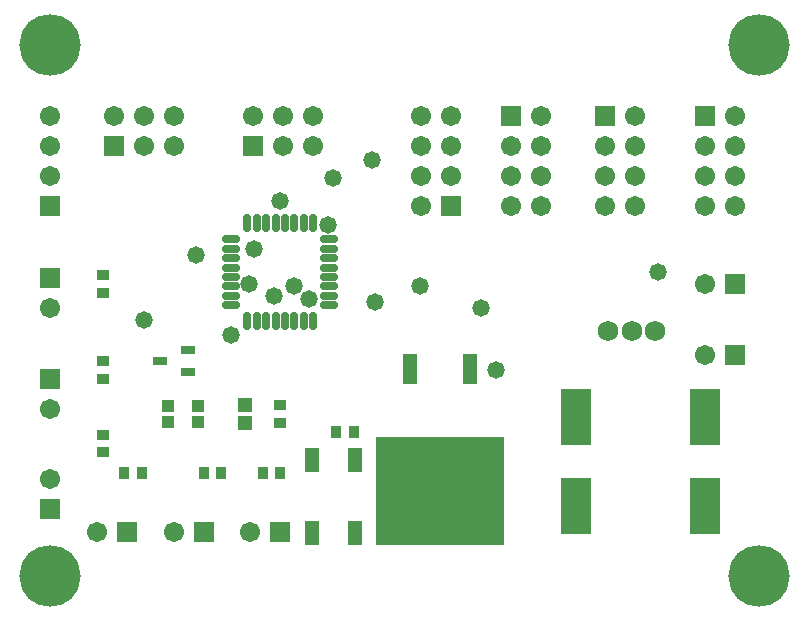
<source format=gts>
G04 Layer_Color=8388736*
%FSLAX24Y24*%
%MOIN*%
G70*
G01*
G75*
%ADD34R,0.0513X0.0789*%
%ADD35R,0.0434X0.0395*%
%ADD36O,0.0612X0.0297*%
%ADD37O,0.0297X0.0612*%
%ADD38C,0.0680*%
%ADD39R,0.0356X0.0434*%
%ADD40R,0.0434X0.0356*%
%ADD41R,0.0474X0.0454*%
%ADD42R,0.4273X0.3584*%
%ADD43R,0.0493X0.1025*%
%ADD44R,0.0474X0.0316*%
%ADD45R,0.0986X0.1871*%
%ADD46R,0.0671X0.0671*%
%ADD47C,0.0671*%
%ADD48R,0.0671X0.0671*%
%ADD49C,0.2049*%
%ADD50C,0.0580*%
%ADD51C,0.1220*%
D34*
X8720Y1437D02*
D03*
X10177D02*
D03*
X8720Y3878D02*
D03*
X10177D02*
D03*
D35*
X4921Y5689D02*
D03*
Y5138D02*
D03*
X3937Y5689D02*
D03*
Y5138D02*
D03*
D36*
X9311Y11240D02*
D03*
Y10925D02*
D03*
Y10610D02*
D03*
Y10295D02*
D03*
Y9980D02*
D03*
Y9665D02*
D03*
Y9350D02*
D03*
Y9035D02*
D03*
X6043D02*
D03*
Y9350D02*
D03*
Y9665D02*
D03*
Y9980D02*
D03*
Y10295D02*
D03*
Y10610D02*
D03*
Y10925D02*
D03*
Y11240D02*
D03*
D37*
X8780Y8504D02*
D03*
X8465D02*
D03*
X8150D02*
D03*
X7835D02*
D03*
X7520D02*
D03*
X7205D02*
D03*
X6890D02*
D03*
X6575D02*
D03*
Y11772D02*
D03*
X6890D02*
D03*
X7205D02*
D03*
X7520D02*
D03*
X7835D02*
D03*
X8150D02*
D03*
X8465D02*
D03*
X8780D02*
D03*
D38*
X20177Y8169D02*
D03*
X18602D02*
D03*
X19390D02*
D03*
D39*
X10138Y4823D02*
D03*
X9547D02*
D03*
X2461Y3445D02*
D03*
X3051D02*
D03*
X5118D02*
D03*
X5709D02*
D03*
X7677D02*
D03*
X7087D02*
D03*
D40*
X7677Y5118D02*
D03*
Y5709D02*
D03*
X1772Y10039D02*
D03*
Y9449D02*
D03*
Y6594D02*
D03*
Y7185D02*
D03*
Y4134D02*
D03*
Y4724D02*
D03*
D41*
X6496Y5098D02*
D03*
Y5728D02*
D03*
D42*
X12992Y2835D02*
D03*
D43*
X11992Y6909D02*
D03*
X13992D02*
D03*
D44*
X4587Y6811D02*
D03*
Y7559D02*
D03*
X3681Y7185D02*
D03*
D45*
X21850Y5315D02*
D03*
Y2362D02*
D03*
X17520Y5315D02*
D03*
Y2362D02*
D03*
D46*
X22850Y9744D02*
D03*
Y7382D02*
D03*
X2134Y14344D02*
D03*
X6770D02*
D03*
X2559Y1476D02*
D03*
X5118D02*
D03*
X7677D02*
D03*
D47*
X21850Y9744D02*
D03*
Y7382D02*
D03*
X-0Y15344D02*
D03*
Y14344D02*
D03*
Y13344D02*
D03*
X2134Y15344D02*
D03*
X3134Y14344D02*
D03*
Y15344D02*
D03*
X4134Y14344D02*
D03*
Y15344D02*
D03*
X22850Y12350D02*
D03*
X21850D02*
D03*
X22850Y13350D02*
D03*
X21850D02*
D03*
X22850Y14350D02*
D03*
X21850D02*
D03*
X22850Y15350D02*
D03*
X19498Y12354D02*
D03*
X18498D02*
D03*
X19498Y13354D02*
D03*
X18498D02*
D03*
X19498Y14354D02*
D03*
X18498D02*
D03*
X19498Y15354D02*
D03*
X16358Y12354D02*
D03*
X15358D02*
D03*
X16358Y13354D02*
D03*
X15358D02*
D03*
X16358Y14354D02*
D03*
X15358D02*
D03*
X16358Y15354D02*
D03*
X12356Y15344D02*
D03*
X13356D02*
D03*
X12356Y14344D02*
D03*
X13356D02*
D03*
X12356Y13344D02*
D03*
X13356D02*
D03*
X12356Y12344D02*
D03*
X6770Y15344D02*
D03*
X7770Y14344D02*
D03*
Y15344D02*
D03*
X8770Y14344D02*
D03*
Y15344D02*
D03*
X-0Y8957D02*
D03*
Y5594D02*
D03*
Y3248D02*
D03*
X1559Y1476D02*
D03*
X4118D02*
D03*
X6677D02*
D03*
D48*
X-0Y12344D02*
D03*
X21850Y15350D02*
D03*
X18498Y15354D02*
D03*
X15358D02*
D03*
X13356Y12344D02*
D03*
X-0Y9957D02*
D03*
Y6594D02*
D03*
Y2248D02*
D03*
D49*
X0Y17717D02*
D03*
X23622D02*
D03*
Y0D02*
D03*
X0D02*
D03*
D50*
X14862Y6890D02*
D03*
X21850Y5315D02*
D03*
X17520D02*
D03*
X8150Y9696D02*
D03*
X6806Y10925D02*
D03*
X6026Y8036D02*
D03*
X4851Y10728D02*
D03*
X3134Y8563D02*
D03*
X14365Y8957D02*
D03*
X7677Y12500D02*
D03*
X9252Y11713D02*
D03*
X9449Y13287D02*
D03*
X12323Y9665D02*
D03*
X7480Y9350D02*
D03*
X10827Y9154D02*
D03*
X6644Y9744D02*
D03*
X10728Y13878D02*
D03*
X20276Y10138D02*
D03*
X8645Y9236D02*
D03*
D51*
X12992Y2953D02*
D03*
M02*

</source>
